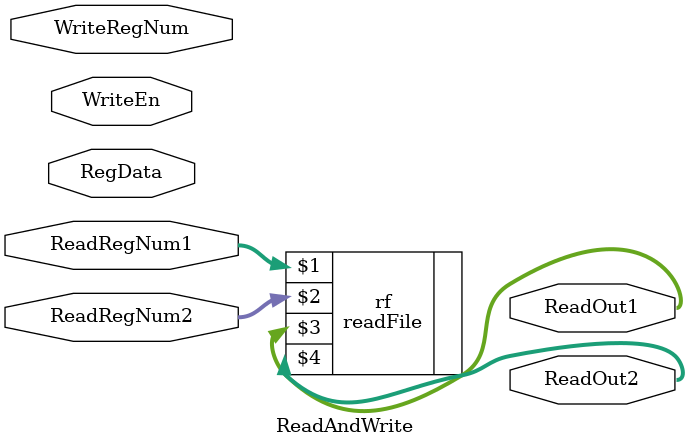
<source format=v>
`timescale 1ns / 1ps
module ReadAndWrite(ReadRegNum1,ReadRegNum2,ReadOut1,ReadOut2,WriteEn,WriteRegNum,RegData);
								

input [4:0] ReadRegNum1,ReadRegNum2,WriteRegNum;
input WriteEn;
input [31:0] RegData; 
output [31:0] ReadOut1,ReadOut2;





writeToFile wf(writeEn,WriteRegNum,RegData);	

readFile rf(ReadRegNum1,ReadRegNum2,ReadOut1,ReadOut2);
							




endmodule

</source>
